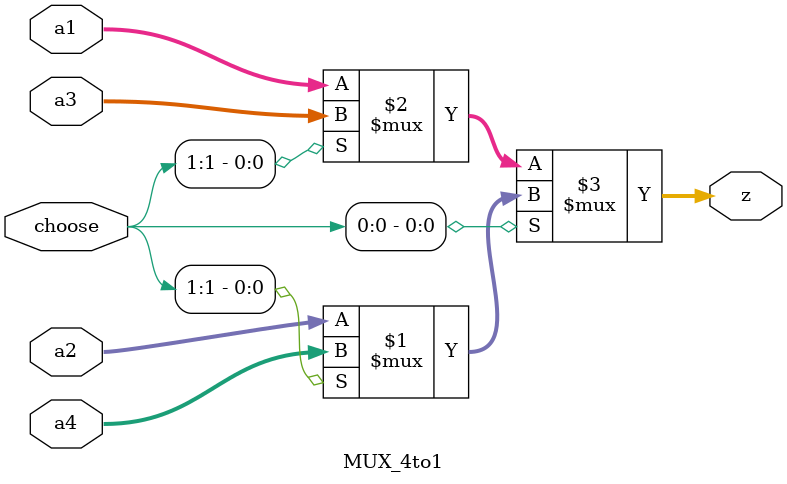
<source format=v>
`timescale 1ns / 1ps


module MUX_4to1(
    input [31:0]a1,
    input [31:0]a2,
    input [31:0]a3,
    input [31:0]a4,
    input [1:0]choose,
    output [31:0]z
    );

    assign z=(choose[0])?(choose[1]?a4:a2):(choose[1]?a3:a1);

    /*always @ (*)begin
        case(choose)
            2'b00:z<=a1;
            2'b01:z<=a2;
            2'b10:z<=a3;
            2'b11:z<=a4;
        endcase
    end*/
endmodule

</source>
